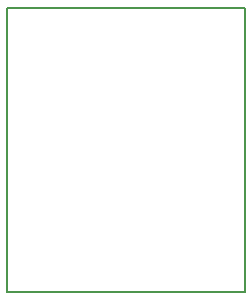
<source format=gbr>
G04 GERBER ASCII OUTPUT FROM: EDWIN 2000 (VER. 1.1 REV. 20011025)*
G04 GERBER FORMAT: RX-274-X*
G04 BOARD: 18_PIN_DIL_ADAPTER*
G04 ARTWORK OF SOLD.PRINT POSITIVE*
%ASAXBY*%
%FSLAX23Y23*%
%MIA0B0*%
%MOIN*%
%OFA0.0000B0.0000*%
%SFA1B1*%
%IJA0B0*%
%INLAYER31POS*%
%IOA0B0*%
%IPPOS*%
%IR0*%
G04 APERTURE MACROS*
%AMEDWDONUT*
1,1,$1,$2,$3*
1,0,$4,$2,$3*
%
%AMEDWFRECT*
2,1,$1,$2,$3,$4,$5,$6*
%
%AMEDWORECT*
2,1,$1,$2,$3,$4,$5,$10*
2,1,$1,$4,$5,$6,$7,$10*
2,1,$1,$6,$7,$8,$9,$10*
2,1,$1,$8,$9,$2,$3,$10*
1,1,$1,$2,$3*
1,1,$1,$4,$5*
1,1,$1,$6,$7*
1,1,$1,$8,$9*
%
%AMEDWLINER*
2,1,$1,$2,$3,$4,$5,$6*
1,1,$1,$2,$3*
1,1,$1,$4,$5*
%
%AMEDWFTRNG*
4,1,3,$1,$2,$3,$4,$5,$6,$7,$8,$9*
%
%AMEDWATRNG*
4,1,3,$1,$2,$3,$4,$5,$6,$7,$8,$9*
2,1,$11,$1,$2,$3,$4,$10*
2,1,$11,$3,$4,$5,$6,$10*
2,1,$11,$5,$6,$7,$8,$10*
1,1,$11,$3,$4*
1,1,$11,$5,$6*
1,1,$11,$7,$8*
%
%AMEDWOTRNG*
2,1,$1,$2,$3,$4,$5,$8*
2,1,$1,$4,$5,$6,$7,$8*
2,1,$1,$6,$7,$2,$3,$8*
1,1,$1,$2,$3*
1,1,$1,$4,$5*
1,1,$1,$6,$7*
%
G04*
G04 APERTURE LIST*
%ADD10R,0.0750X0.0250*%
%ADD11R,0.0990X0.0490*%
%ADD12R,0.0700X0.0200*%
%ADD13R,0.0940X0.0440*%
%ADD14R,0.0900X0.0350*%
%ADD15R,0.1140X0.0590*%
%ADD16R,0.0800X0.0250*%
%ADD17R,0.1040X0.0490*%
%ADD18R,0.0850X0.0250*%
%ADD19R,0.1090X0.0490*%
%ADD20R,0.0750X0.0150*%
%ADD21R,0.0990X0.0390*%
%ADD22C,0.0010*%
%ADD24C,0.0020*%
%ADD25R,0.0020X0.0020*%
%ADD26C,0.0030*%
%ADD27R,0.0030X0.0030*%
%ADD28C,0.0040*%
%ADD29R,0.0040X0.0040*%
%ADD30C,0.0050*%
%ADD31R,0.0050X0.0050*%
%ADD32C,0.00787*%
%ADD33R,0.00787X0.00787*%
%ADD34C,0.0080*%
%ADD36C,0.0090*%
%ADD37R,0.0090X0.0090*%
%ADD38C,0.00984*%
%ADD39R,0.00984X0.00984*%
%ADD40C,0.0120*%
%ADD42C,0.0130*%
%ADD43R,0.0130X0.0130*%
%ADD44C,0.0150*%
%ADD45R,0.0150X0.0150*%
%ADD46C,0.01969*%
%ADD47R,0.01969X0.01969*%
%ADD48C,0.0250*%
%ADD49R,0.0250X0.0250*%
%ADD50C,0.0290*%
%ADD52C,0.0320*%
%ADD54C,0.0350*%
%ADD55R,0.0350X0.0350*%
%ADD56C,0.0360*%
%ADD58C,0.0370*%
%ADD59R,0.0370X0.0370*%
%ADD60C,0.0390*%
%ADD61R,0.0390X0.0390*%
%ADD62C,0.03937*%
%ADD63R,0.03937X0.03937*%
%ADD64C,0.0400*%
%ADD65R,0.0400X0.0400*%
%ADD66C,0.0470*%
%ADD67R,0.0470X0.0470*%
%ADD68C,0.0480*%
%ADD69R,0.0480X0.0480*%
%ADD70C,0.0490*%
%ADD71R,0.0490X0.0490*%
%ADD72C,0.0500*%
%ADD73R,0.0500X0.0500*%
%ADD74C,0.0560*%
%ADD75R,0.0560X0.0560*%
%ADD76C,0.0570*%
%ADD77R,0.0570X0.0570*%
%ADD78C,0.0580*%
%ADD79R,0.0580X0.0580*%
%ADD80C,0.0590*%
%ADD81R,0.0590X0.0590*%
%ADD82C,0.05906*%
%ADD83R,0.05906X0.05906*%
%ADD84C,0.0600*%
%ADD85R,0.0600X0.0600*%
%ADD86C,0.0620*%
%ADD87R,0.0620X0.0620*%
%ADD88C,0.0630*%
%ADD89R,0.0630X0.0630*%
%ADD90C,0.0640*%
%ADD91R,0.0640X0.0640*%
%ADD92C,0.06693*%
%ADD93R,0.06693X0.06693*%
%ADD94C,0.0670*%
%ADD95R,0.0670X0.0670*%
%ADD96C,0.06906*%
%ADD97R,0.06906X0.06906*%
%ADD98C,0.0700*%
%ADD99R,0.0700X0.0700*%
%ADD100C,0.0710*%
%ADD101R,0.0710X0.0710*%
%ADD102C,0.0720*%
%ADD103R,0.0720X0.0720*%
%ADD104C,0.0730*%
%ADD105R,0.0730X0.0730*%
%ADD106C,0.0740*%
%ADD107R,0.0740X0.0740*%
%ADD108C,0.0750*%
%ADD109R,0.0750X0.0750*%
%ADD110C,0.0800*%
%ADD111R,0.0800X0.0800*%
%ADD112C,0.0810*%
%ADD113R,0.0810X0.0810*%
%ADD114C,0.0820*%
%ADD115R,0.0820X0.0820*%
%ADD116C,0.0840*%
%ADD117R,0.0840X0.0840*%
%ADD118C,0.0850*%
%ADD119R,0.0850X0.0850*%
%ADD120C,0.0860*%
%ADD122C,0.0900*%
%ADD123R,0.0900X0.0900*%
%ADD124C,0.0910*%
%ADD125R,0.0910X0.0910*%
%ADD126C,0.0940*%
%ADD127R,0.0940X0.0940*%
%ADD128C,0.0990*%
%ADD129R,0.0990X0.0990*%
%ADD130C,0.1040*%
%ADD131R,0.1040X0.1040*%
%ADD132C,0.1090*%
%ADD133R,0.1090X0.1090*%
%ADD134C,0.1100*%
%ADD137R,0.1140X0.1140*%
%ADD138C,0.2140*%
%ADD139R,0.2140X0.2140*%
%ADD140C,0.3140*%
%ADD141R,0.3140X0.3140*%
%ADD142C,0.4140*%
%ADD143R,0.4140X0.4140*%
%ADD144C,0.5140*%
%ADD145R,0.5140X0.5140*%
%ADD146C,0.6140*%
%ADD147R,0.6140X0.6140*%
%ADD148C,0.7140*%
%ADD149R,0.7140X0.7140*%
%ADD150C,0.8140*%
%ADD151R,0.8140X0.8140*%
%ADD152C,0.9140*%
%ADD153R,0.9140X0.9140*%
%ADD154C,1.0140*%
%ADD155R,1.0140X1.0140*%
%ADD156C,1.1140*%
%ADD157R,1.1140X1.1140*%
%ADD158C,1.2140*%
%ADD159R,1.2140X1.2140*%
%ADD160C,1.3140*%
%ADD161R,1.3140X1.3140*%
%ADD162C,1.4140*%
%ADD163R,1.4140X1.4140*%
%ADD164C,1.5140*%
%ADD165R,1.5140X1.5140*%
%ADD166C,1.6140*%
%ADD167R,1.6140X1.6140*%
%ADD168C,1.7140*%
%ADD169R,1.7140X1.7140*%
%ADD170C,1.8140*%
%ADD171R,1.8140X1.8140*%
%ADD172C,1.9140*%
%ADD173R,1.9140X1.9140*%
G04*
D30* 
X0Y0D02*
X0Y947D01*
X793Y947D01*
X793Y0D01*
X0Y0D01*
M02*

</source>
